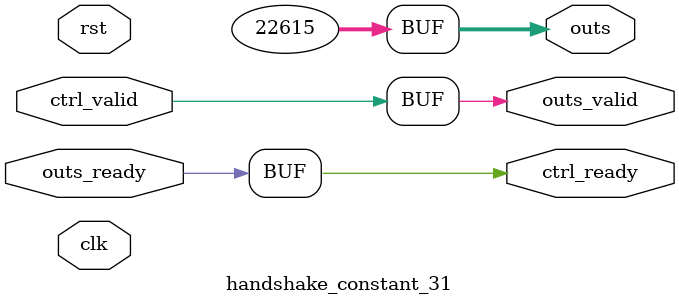
<source format=v>
`timescale 1ns / 1ps
module handshake_constant_31 #(
  parameter DATA_WIDTH = 32  // Default set to 32 bits
) (
  input                       clk,
  input                       rst,
  // Input Channel
  input                       ctrl_valid,
  output                      ctrl_ready,
  // Output Channel
  output [DATA_WIDTH - 1 : 0] outs,
  output                      outs_valid,
  input                       outs_ready
);
  assign outs       = 16'b0101100001010111;
  assign outs_valid = ctrl_valid;
  assign ctrl_ready = outs_ready;

endmodule

</source>
